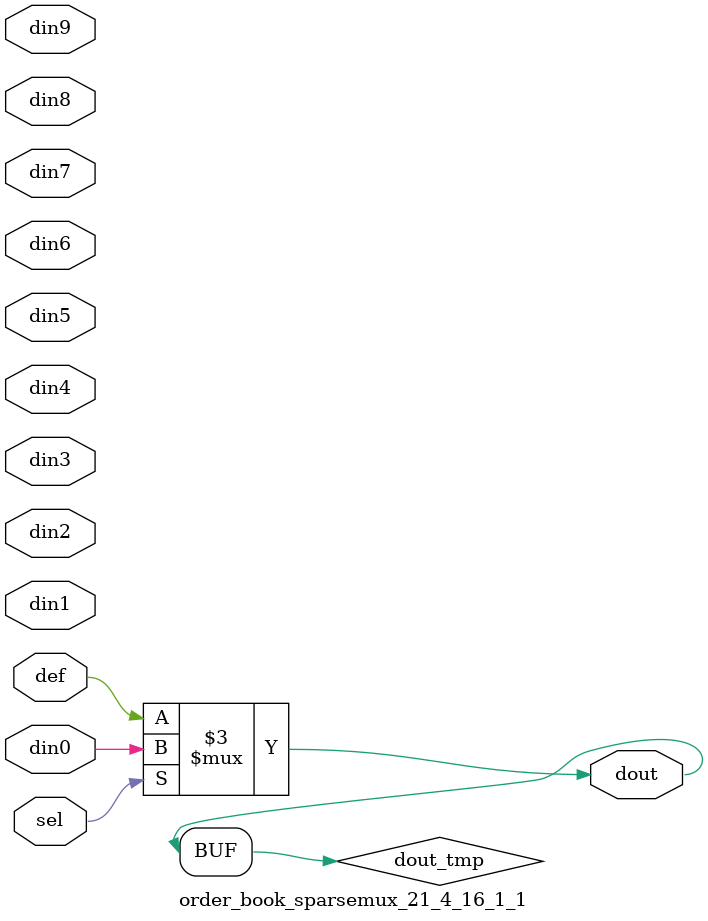
<source format=v>
`timescale 1ns / 1ps

module order_book_sparsemux_21_4_16_1_1 (din0,din1,din2,din3,din4,din5,din6,din7,din8,din9,def,sel,dout);

parameter din0_WIDTH = 1;

parameter din1_WIDTH = 1;

parameter din2_WIDTH = 1;

parameter din3_WIDTH = 1;

parameter din4_WIDTH = 1;

parameter din5_WIDTH = 1;

parameter din6_WIDTH = 1;

parameter din7_WIDTH = 1;

parameter din8_WIDTH = 1;

parameter din9_WIDTH = 1;

parameter def_WIDTH = 1;
parameter sel_WIDTH = 1;
parameter dout_WIDTH = 1;

parameter [sel_WIDTH-1:0] CASE0 = 1;

parameter [sel_WIDTH-1:0] CASE1 = 1;

parameter [sel_WIDTH-1:0] CASE2 = 1;

parameter [sel_WIDTH-1:0] CASE3 = 1;

parameter [sel_WIDTH-1:0] CASE4 = 1;

parameter [sel_WIDTH-1:0] CASE5 = 1;

parameter [sel_WIDTH-1:0] CASE6 = 1;

parameter [sel_WIDTH-1:0] CASE7 = 1;

parameter [sel_WIDTH-1:0] CASE8 = 1;

parameter [sel_WIDTH-1:0] CASE9 = 1;

parameter ID = 1;
parameter NUM_STAGE = 1;



input [din0_WIDTH-1:0] din0;

input [din1_WIDTH-1:0] din1;

input [din2_WIDTH-1:0] din2;

input [din3_WIDTH-1:0] din3;

input [din4_WIDTH-1:0] din4;

input [din5_WIDTH-1:0] din5;

input [din6_WIDTH-1:0] din6;

input [din7_WIDTH-1:0] din7;

input [din8_WIDTH-1:0] din8;

input [din9_WIDTH-1:0] din9;

input [def_WIDTH-1:0] def;
input [sel_WIDTH-1:0] sel;

output [dout_WIDTH-1:0] dout;



reg [dout_WIDTH-1:0] dout_tmp;

always @ (*) begin
case (sel)
    
    CASE0 : dout_tmp = din0;
    
    CASE1 : dout_tmp = din1;
    
    CASE2 : dout_tmp = din2;
    
    CASE3 : dout_tmp = din3;
    
    CASE4 : dout_tmp = din4;
    
    CASE5 : dout_tmp = din5;
    
    CASE6 : dout_tmp = din6;
    
    CASE7 : dout_tmp = din7;
    
    CASE8 : dout_tmp = din8;
    
    CASE9 : dout_tmp = din9;
    
    default : dout_tmp = def;
endcase
end


assign dout = dout_tmp;



endmodule

</source>
